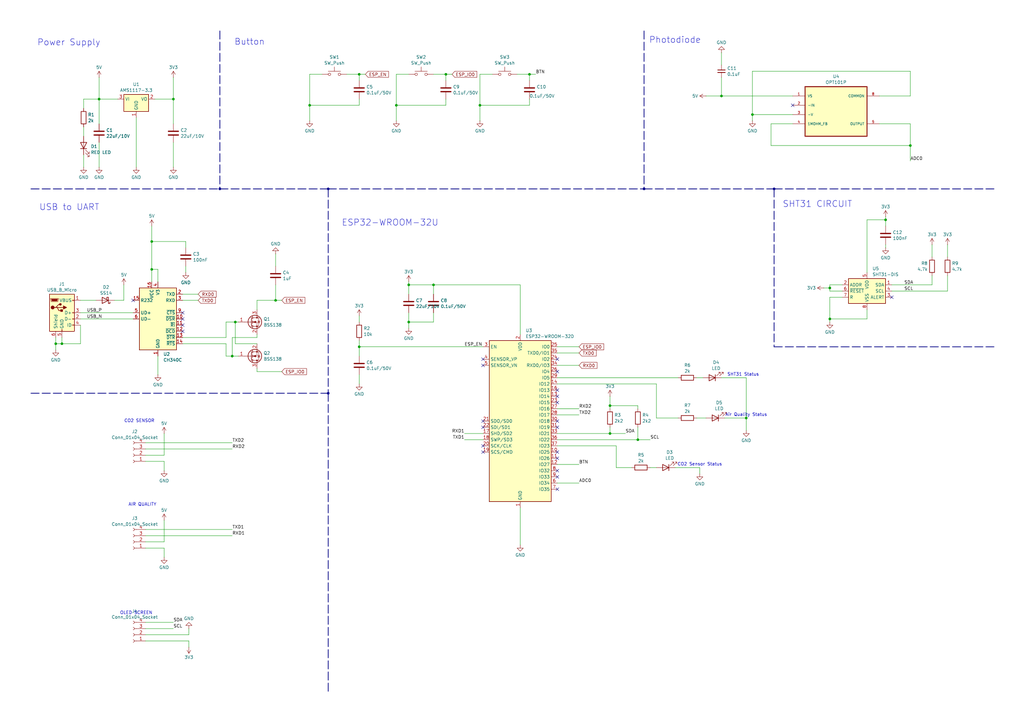
<source format=kicad_sch>
(kicad_sch (version 20231120) (generator "eeschema") (generator_version "8.0")
  (paper "A3")
  (lib_symbols
    (symbol "Connector:Conn_01x04_Socket" (pin_names (offset 1.016) hide)
      (property "Reference" "J" (at 0 5.08 0))
      (property "Value" "Conn_01x04_Socket" (at 0 -7.62 0))
      (symbol "Conn_01x04_Socket_1_1"
        (pin passive line (at -5.08 2.54 0) (length 3.81) (name "Pin_1") (number "1"))
        (pin passive line (at -5.08 0 0) (length 3.81) (name "Pin_2") (number "2"))
        (pin passive line (at -5.08 -2.54 0) (length 3.81) (name "Pin_3") (number "3"))
        (pin passive line (at -5.08 -5.08 0) (length 3.81) (name "Pin_4") (number "4"))
      )
    )
    (symbol "Connector:USB_B_Micro" (pin_names (offset 1.016))
      (property "Reference" "J" (at -5.08 11.43 0))
      (property "Value" "USB_B_Micro" (at -5.08 8.89 0))
      (symbol "USB_B_Micro_1_1"
        (pin power_out line (at 7.62 5.08 180) (length 2.54) (name "VBUS") (number "1"))
        (pin bidirectional line (at 7.62 -2.54 180) (length 2.54) (name "D-") (number "2"))
        (pin bidirectional line (at 7.62 0 180) (length 2.54) (name "D+") (number "3"))
        (pin passive line (at 7.62 -5.08 180) (length 2.54) (name "ID") (number "4"))
        (pin power_out line (at 0 -10.16 90) (length 2.54) (name "GND") (number "5"))
        (pin passive line (at -2.54 -10.16 90) (length 2.54) (name "Shield") (number "6"))
      )
    )
    (symbol "Device:C" (pin_numbers hide) (pin_names (offset 0.254))
      (property "Reference" "C" (at 0.635 2.54 0))
      (property "Value" "C" (at 0.635 -2.54 0))
      (symbol "C_1_1"
        (pin passive line (at 0 3.81 270) (length 2.794) (name "~") (number "1"))
        (pin passive line (at 0 -3.81 90) (length 2.794) (name "~") (number "2"))
      )
    )
    (symbol "Device:C_Small" (pin_numbers hide) (pin_names (offset 0.254) hide)
      (property "Reference" "C" (at 0.254 1.778 0))
      (property "Value" "C_Small" (at 0.254 -2.032 0))
      (symbol "C_Small_1_1"
        (pin passive line (at 0 2.54 270) (length 2.032) (name "~") (number "1"))
        (pin passive line (at 0 -2.54 90) (length 2.032) (name "~") (number "2"))
      )
    )
    (symbol "Device:LED" (pin_numbers hide) (pin_names (offset 1.016) hide)
      (property "Reference" "D" (at 0 2.54 0))
      (property "Value" "LED" (at 0 -2.54 0))
      (symbol "LED_1_1"
        (pin passive line (at -3.81 0 0) (length 2.54) (name "K") (number "1"))
        (pin passive line (at 3.81 0 180) (length 2.54) (name "A") (number "2"))
      )
    )
    (symbol "Device:R" (pin_numbers hide) (pin_names (offset 0))
      (property "Reference" "R" (at 2.032 0 90))
      (property "Value" "R" (at 0 0 90))
      (symbol "R_1_1"
        (pin passive line (at 0 3.81 270) (length 1.27) (name "~") (number "1"))
        (pin passive line (at 0 -3.81 90) (length 1.27) (name "~") (number "2"))
      )
    )
    (symbol "Diode:SS14" (pin_numbers hide) (pin_names (offset 1.016) hide)
      (property "Reference" "D" (at 0 2.54 0))
      (property "Value" "SS14" (at 0 -2.54 0))
      (symbol "SS14_1_1"
        (pin passive line (at -3.81 0 0) (length 2.54) (name "K") (number "1"))
        (pin passive line (at 3.81 0 180) (length 2.54) (name "A") (number "2"))
      )
    )
    (symbol "Interface_USB:CH340C"
      (property "Reference" "U" (at -5.08 13.97 0))
      (property "Value" "CH340C" (at 1.27 13.97 0))
      (symbol "CH340C_1_1"
        (pin power_in line (at 0 -15.24 90) (length 2.54) (name "GND") (number "1"))
        (pin input line (at 10.16 0 180) (length 2.54) (name "~{DSR}") (number "10"))
        (pin input line (at 10.16 -2.54 180) (length 2.54) (name "~{RI}") (number "11"))
        (pin input line (at 10.16 -5.08 180) (length 2.54) (name "~{DCD}") (number "12"))
        (pin output line (at 10.16 -7.62 180) (length 2.54) (name "~{DTR}") (number "13"))
        (pin output line (at 10.16 -10.16 180) (length 2.54) (name "~{RTS}") (number "14"))
        (pin input line (at -10.16 7.62 0) (length 2.54) (name "R232") (number "15"))
        (pin power_in line (at -2.54 15.24 270) (length 2.54) (name "VCC") (number "16"))
        (pin output line (at 10.16 10.16 180) (length 2.54) (name "TXD") (number "2"))
        (pin input line (at 10.16 7.62 180) (length 2.54) (name "RXD") (number "3"))
        (pin power_out line (at 0 15.24 270) (length 2.54) (name "V3") (number "4"))
        (pin bidirectional line (at -10.16 2.54 0) (length 2.54) (name "UD+") (number "5"))
        (pin bidirectional line (at -10.16 0 0) (length 2.54) (name "UD-") (number "6"))
        (pin no_connect line (at -7.62 -5.08 0) (length 2.54) hide (name "NC") (number "7"))
        (pin no_connect line (at -7.62 -7.62 0) (length 2.54) hide (name "NC") (number "8"))
        (pin input line (at 10.16 2.54 180) (length 2.54) (name "~{CTS}") (number "9"))
      )
    )
    (symbol "OPT101P_1" (pin_names (offset 1.016))
      (property "Reference" "U?" (at 0 14.3825 0))
      (property "Value" "OPT101P" (at 0 11.9582 0))
      (symbol "OPT101P_1_0_0"
        (pin power_in line (at -17.78 6.35 0) (length 5.08) (name "VS") (number "1"))
        (pin input line (at -17.78 2.54 0) (length 5.08) (name "-IN") (number "2"))
        (pin power_in line (at -17.78 -1.27 0) (length 5.08) (name "-V") (number "3"))
        (pin input line (at -17.78 -5.08 0) (length 5.08) (name "1MOHM_FB") (number "4"))
        (pin output line (at 17.78 -5.08 180) (length 5.08) (name "OUTPUT") (number "5"))
        (pin input line (at 17.78 6.35 180) (length 5.08) (name "COMMON") (number "8"))
      )
    )
    (symbol "RF_Module:ESP32-WROOM-32D"
      (property "Reference" "U" (at -12.7 34.29 0))
      (property "Value" "ESP32-WROOM-32D" (at 1.27 34.29 0))
      (symbol "ESP32-WROOM-32D_1_1"
        (pin power_in line (at 0 -35.56 90) (length 2.54) (name "GND") (number "1"))
        (pin bidirectional line (at 15.24 -12.7 180) (length 2.54) (name "IO25") (number "10"))
        (pin bidirectional line (at 15.24 -15.24 180) (length 2.54) (name "IO26") (number "11"))
        (pin bidirectional line (at 15.24 -17.78 180) (length 2.54) (name "IO27") (number "12"))
        (pin bidirectional line (at 15.24 10.16 180) (length 2.54) (name "IO14") (number "13"))
        (pin bidirectional line (at 15.24 15.24 180) (length 2.54) (name "IO12") (number "14"))
        (pin passive line (at 0 -35.56 90) (length 2.54) hide (name "GND") (number "15"))
        (pin bidirectional line (at 15.24 12.7 180) (length 2.54) (name "IO13") (number "16"))
        (pin bidirectional line (at -15.24 -5.08 0) (length 2.54) (name "SHD/SD2") (number "17"))
        (pin bidirectional line (at -15.24 -7.62 0) (length 2.54) (name "SWP/SD3") (number "18"))
        (pin bidirectional line (at -15.24 -12.7 0) (length 2.54) (name "SCS/CMD") (number "19"))
        (pin power_in line (at 0 35.56 270) (length 2.54) (name "VDD") (number "2"))
        (pin bidirectional line (at -15.24 -10.16 0) (length 2.54) (name "SCK/CLK") (number "20"))
        (pin bidirectional line (at -15.24 0 0) (length 2.54) (name "SDO/SD0") (number "21"))
        (pin bidirectional line (at -15.24 -2.54 0) (length 2.54) (name "SDI/SD1") (number "22"))
        (pin bidirectional line (at 15.24 7.62 180) (length 2.54) (name "IO15") (number "23"))
        (pin bidirectional line (at 15.24 25.4 180) (length 2.54) (name "IO2") (number "24"))
        (pin bidirectional line (at 15.24 30.48 180) (length 2.54) (name "IO0") (number "25"))
        (pin bidirectional line (at 15.24 20.32 180) (length 2.54) (name "IO4") (number "26"))
        (pin bidirectional line (at 15.24 5.08 180) (length 2.54) (name "IO16") (number "27"))
        (pin bidirectional line (at 15.24 2.54 180) (length 2.54) (name "IO17") (number "28"))
        (pin bidirectional line (at 15.24 17.78 180) (length 2.54) (name "IO5") (number "29"))
        (pin input line (at -15.24 30.48 0) (length 2.54) (name "EN") (number "3"))
        (pin bidirectional line (at 15.24 0 180) (length 2.54) (name "IO18") (number "30"))
        (pin bidirectional line (at 15.24 -2.54 180) (length 2.54) (name "IO19") (number "31"))
        (pin no_connect line (at -12.7 -27.94 0) (length 2.54) hide (name "NC") (number "32"))
        (pin bidirectional line (at 15.24 -5.08 180) (length 2.54) (name "IO21") (number "33"))
        (pin bidirectional line (at 15.24 22.86 180) (length 2.54) (name "RXD0/IO3") (number "34"))
        (pin bidirectional line (at 15.24 27.94 180) (length 2.54) (name "TXD0/IO1") (number "35"))
        (pin bidirectional line (at 15.24 -7.62 180) (length 2.54) (name "IO22") (number "36"))
        (pin bidirectional line (at 15.24 -10.16 180) (length 2.54) (name "IO23") (number "37"))
        (pin passive line (at 0 -35.56 90) (length 2.54) hide (name "GND") (number "38"))
        (pin passive line (at 0 -35.56 90) (length 2.54) hide (name "GND") (number "39"))
        (pin input line (at -15.24 25.4 0) (length 2.54) (name "SENSOR_VP") (number "4"))
        (pin input line (at -15.24 22.86 0) (length 2.54) (name "SENSOR_VN") (number "5"))
        (pin input line (at 15.24 -25.4 180) (length 2.54) (name "IO34") (number "6"))
        (pin input line (at 15.24 -27.94 180) (length 2.54) (name "IO35") (number "7"))
        (pin bidirectional line (at 15.24 -20.32 180) (length 2.54) (name "IO32") (number "8"))
        (pin bidirectional line (at 15.24 -22.86 180) (length 2.54) (name "IO33") (number "9"))
      )
    )
    (symbol "Regulator_Linear:AMS1117-3.3"
      (property "Reference" "U" (at -3.81 3.175 0))
      (property "Value" "AMS1117-3.3" (at 0 3.175 0))
      (symbol "AMS1117-3.3_1_1"
        (pin power_in line (at 0 -7.62 90) (length 2.54) (name "GND") (number "1"))
        (pin power_out line (at 7.62 0 180) (length 2.54) (name "VO") (number "2"))
        (pin power_in line (at -7.62 0 0) (length 2.54) (name "VI") (number "3"))
      )
    )
    (symbol "Sensor_Humidity:SHT31-DIS"
      (property "Reference" "U" (at -6.35 6.35 0))
      (property "Value" "SHT31-DIS" (at 6.35 6.35 0))
      (symbol "SHT31-DIS_1_1"
        (pin bidirectional line (at 10.16 2.54 180) (length 2.54) (name "SDA") (number "1"))
        (pin input line (at -10.16 2.54 0) (length 2.54) (name "ADDR") (number "2"))
        (pin output line (at 10.16 -2.54 180) (length 2.54) (name "ALERT") (number "3"))
        (pin input line (at 10.16 0 180) (length 2.54) (name "SCL") (number "4"))
        (pin power_in line (at 0 7.62 270) (length 2.54) (name "VDD") (number "5"))
        (pin input line (at -10.16 0 0) (length 2.54) (name "~{RESET}") (number "6"))
        (pin passive line (at -10.16 -2.54 0) (length 2.54) (name "R") (number "7"))
        (pin power_in line (at 0 -7.62 90) (length 2.54) (name "VSS") (number "8"))
        (pin passive line (at 0 -7.62 90) (length 2.54) hide (name "VSS") (number "9"))
      )
    )
    (symbol "Switch:SW_Push" (pin_numbers hide) (pin_names (offset 1.016) hide)
      (property "Reference" "SW" (at 1.27 2.54 0))
      (property "Value" "SW_Push" (at 0 -1.524 0))
      (symbol "SW_Push_0_1"
        (pin passive line (at -5.08 0 0) (length 2.54) (name "1") (number "1"))
        (pin passive line (at 5.08 0 180) (length 2.54) (name "2") (number "2"))
      )
    )
    (symbol "Transistor_FET:BSS138" (pin_names hide)
      (property "Reference" "Q" (at 5.08 1.905 0))
      (property "Value" "BSS138" (at 5.08 0 0))
      (symbol "BSS138_1_1"
        (pin input line (at -5.08 0 0) (length 2.54) (name "G") (number "1"))
        (pin passive line (at 2.54 -5.08 90) (length 2.54) (name "S") (number "2"))
        (pin passive line (at 2.54 5.08 270) (length 2.54) (name "D") (number "3"))
      )
    )
    (symbol "power:GND" (power) (pin_numbers hide) (pin_names (offset 0) hide)
      (property "Value" "GND" (at 0 -3.81 0))
      (symbol "GND_1_1"
        (pin power_in line (at 0 0 270) (length 0) (name "~") (number "1"))
      )
    )
    (symbol "power:VCC" (power) (pin_numbers hide) (pin_names (offset 0) hide)
      (property "Value" "VCC" (at 0 3.556 0))
      (symbol "VCC_1_1"
        (pin power_in line (at 0 0 90) (length 0) (name "~") (number "1"))
      )
    )
  )
  (junction (at 127 43.18))
  (junction (at 113.03 123.19))
  (junction (at 196.85 43.18))
  (junction (at 71.12 40.64))
  (junction (at 147.32 142.24))
  (junction (at 217.17 30.48))
  (junction (at 261.62 180.34))
  (junction (at 250.19 177.8))
  (junction (at 308.61 46.99))
  (junction (at 40.64 40.64))
  (junction (at 134.62 77.47))
  (junction (at 62.23 110.49))
  (junction (at 25.4 140.97))
  (junction (at 250.19 166.37))
  (junction (at 167.64 116.84))
  (junction (at 177.8 116.84))
  (junction (at 62.23 99.06))
  (junction (at 167.64 132.08))
  (junction (at 340.36 130.81))
  (junction (at 95.25 146.05))
  (junction (at 295.91 39.37))
  (junction (at 182.88 30.48))
  (junction (at 147.32 30.48))
  (junction (at 373.38 59.69))
  (junction (at 96.52 132.08))
  (junction (at 264.16 77.47))
  (junction (at 162.56 43.18))
  (junction (at 134.62 161.29))
  (junction (at 363.22 90.17))
  (junction (at 317.5 77.47))
  (junction (at 340.36 118.11))
  (junction (at 306.07 171.45))
  (junction (at 90.17 77.47))
  (junction (at 22.86 140.97))
  (no_connect (at 198.12 172.72))
  (no_connect (at 198.12 149.86))
  (no_connect (at 228.6 147.32))
  (no_connect (at 74.93 133.35))
  (no_connect (at 228.6 187.96))
  (no_connect (at 198.12 182.88))
  (no_connect (at 228.6 185.42))
  (no_connect (at 228.6 200.66))
  (no_connect (at 74.93 130.81))
  (no_connect (at 228.6 165.1))
  (no_connect (at 228.6 162.56))
  (no_connect (at 228.6 152.4))
  (no_connect (at 228.6 175.26))
  (no_connect (at 198.12 147.32))
  (no_connect (at 365.76 121.92))
  (no_connect (at 74.93 135.89))
  (no_connect (at 228.6 193.04))
  (no_connect (at 228.6 172.72))
  (no_connect (at 228.6 195.58))
  (no_connect (at 198.12 185.42))
  (no_connect (at 74.93 128.27))
  (no_connect (at 54.61 123.19))
  (no_connect (at 228.6 160.02))
  (no_connect (at 325.12 43.18))
  (no_connect (at 198.12 175.26))
  (wire (pts (xy 147.32 153.67) (xy 147.32 157.48)))
  (wire (pts (xy 147.32 40.64) (xy 147.32 43.18)))
  (wire (pts (xy 213.36 208.28) (xy 213.36 223.52)))
  (wire (pts (xy 167.64 128.27) (xy 167.64 132.08)))
  (wire (pts (xy 340.36 116.84) (xy 340.36 118.11)))
  (wire (pts (xy 113.03 123.19) (xy 115.57 123.19)))
  (wire (pts (xy 360.68 50.8) (xy 373.38 50.8)))
  (wire (pts (xy 295.91 39.37) (xy 325.12 39.37)))
  (wire (pts (xy 182.88 30.48) (xy 185.42 30.48)))
  (wire (pts (xy 105.41 137.16) (xy 105.41 138.43)))
  (wire (pts (xy 76.2 99.06) (xy 76.2 101.6)))
  (wire (pts (xy 167.64 115.57) (xy 167.64 116.84)))
  (wire (pts (xy 355.6 130.81) (xy 340.36 130.81)))
  (wire (pts (xy 59.69 217.17) (xy 95.25 217.17)))
  (bus (pts (xy 134.62 77.47) (xy 264.16 77.47)) (stroke (width 0) (type dash)))
  (wire (pts (xy 316.23 50.8) (xy 325.12 50.8)))
  (wire (pts (xy 40.64 58.42) (xy 40.64 68.58)))
  (wire (pts (xy 67.31 189.23) (xy 67.31 193.04)))
  (wire (pts (xy 59.69 184.15) (xy 95.25 184.15)))
  (bus (pts (xy 317.5 142.24) (xy 407.67 142.24)) (stroke (width 0) (type dash)))
  (wire (pts (xy 212.09 30.48) (xy 217.17 30.48)))
  (wire (pts (xy 285.75 171.45) (xy 289.56 171.45)))
  (wire (pts (xy 22.86 138.43) (xy 22.86 140.97)))
  (wire (pts (xy 63.5 40.64) (xy 71.12 40.64)))
  (wire (pts (xy 388.62 100.33) (xy 388.62 105.41)))
  (wire (pts (xy 228.6 170.18) (xy 237.49 170.18)))
  (wire (pts (xy 22.86 140.97) (xy 25.4 140.97)))
  (wire (pts (xy 373.38 39.37) (xy 373.38 29.21)))
  (bus (pts (xy 264.16 77.47) (xy 317.5 77.47)) (stroke (width 0) (type dash)))
  (wire (pts (xy 276.86 191.77) (xy 287.02 191.77)))
  (wire (pts (xy 182.88 30.48) (xy 182.88 33.02)))
  (wire (pts (xy 345.44 121.92) (xy 340.36 121.92)))
  (wire (pts (xy 340.36 130.81) (xy 340.36 132.08)))
  (wire (pts (xy 190.5 180.34) (xy 198.12 180.34)))
  (wire (pts (xy 95.25 138.43) (xy 105.41 138.43)))
  (wire (pts (xy 363.22 100.33) (xy 363.22 101.6)))
  (wire (pts (xy 177.8 116.84) (xy 213.36 116.84)))
  (wire (pts (xy 25.4 140.97) (xy 33.02 140.97)))
  (bus (pts (xy 264.16 12.7) (xy 264.16 77.47)) (stroke (width 0) (type dash)))
  (wire (pts (xy 355.6 90.17) (xy 355.6 111.76)))
  (wire (pts (xy 55.88 48.26) (xy 55.88 68.58)))
  (wire (pts (xy 92.71 132.08) (xy 96.52 132.08)))
  (wire (pts (xy 196.85 30.48) (xy 196.85 43.18)))
  (wire (pts (xy 147.32 30.48) (xy 149.86 30.48)))
  (wire (pts (xy 340.36 116.84) (xy 345.44 116.84)))
  (wire (pts (xy 162.56 30.48) (xy 167.64 30.48)))
  (wire (pts (xy 34.29 52.07) (xy 34.29 55.88)))
  (wire (pts (xy 363.22 88.9) (xy 363.22 90.17)))
  (wire (pts (xy 34.29 63.5) (xy 34.29 68.58)))
  (wire (pts (xy 373.38 59.69) (xy 373.38 66.04)))
  (wire (pts (xy 62.23 99.06) (xy 62.23 110.49)))
  (wire (pts (xy 74.93 123.19) (xy 81.28 123.19)))
  (wire (pts (xy 74.93 120.65) (xy 81.28 120.65)))
  (wire (pts (xy 147.32 142.24) (xy 147.32 139.7)))
  (bus (pts (xy 317.5 77.47) (xy 317.5 142.24)) (stroke (width 0) (type dash)))
  (wire (pts (xy 162.56 30.48) (xy 162.56 43.18)))
  (wire (pts (xy 285.75 154.94) (xy 288.29 154.94)))
  (wire (pts (xy 62.23 110.49) (xy 62.23 115.57)))
  (bus (pts (xy 90.17 12.7) (xy 90.17 77.47)) (stroke (width 0) (type dash)))
  (wire (pts (xy 177.8 30.48) (xy 182.88 30.48)))
  (wire (pts (xy 360.68 39.37) (xy 373.38 39.37)))
  (wire (pts (xy 59.69 186.69) (xy 67.31 186.69)))
  (wire (pts (xy 250.19 166.37) (xy 261.62 166.37)))
  (wire (pts (xy 64.77 146.05) (xy 64.77 153.67)))
  (wire (pts (xy 388.62 113.03) (xy 388.62 119.38)))
  (wire (pts (xy 71.12 40.64) (xy 71.12 50.8)))
  (wire (pts (xy 196.85 43.18) (xy 196.85 49.53)))
  (wire (pts (xy 250.19 166.37) (xy 250.19 167.64)))
  (wire (pts (xy 46.99 123.19) (xy 50.8 123.19)))
  (wire (pts (xy 295.91 154.94) (xy 306.07 154.94)))
  (bus (pts (xy 134.62 77.47) (xy 134.62 161.29)) (stroke (width 0) (type dash)))
  (wire (pts (xy 250.19 162.56) (xy 250.19 166.37)))
  (wire (pts (xy 217.17 40.64) (xy 217.17 43.18)))
  (wire (pts (xy 59.69 224.79) (xy 67.31 224.79)))
  (wire (pts (xy 190.5 177.8) (xy 198.12 177.8)))
  (wire (pts (xy 33.02 123.19) (xy 39.37 123.19)))
  (wire (pts (xy 96.52 132.08) (xy 96.52 140.97)))
  (wire (pts (xy 228.6 177.8) (xy 250.19 177.8)))
  (wire (pts (xy 308.61 29.21) (xy 308.61 46.99)))
  (wire (pts (xy 177.8 128.27) (xy 177.8 132.08)))
  (wire (pts (xy 266.7 191.77) (xy 269.24 191.77)))
  (wire (pts (xy 92.71 138.43) (xy 92.71 132.08)))
  (wire (pts (xy 340.36 118.11) (xy 340.36 119.38)))
  (wire (pts (xy 64.77 110.49) (xy 62.23 110.49)))
  (wire (pts (xy 363.22 90.17) (xy 363.22 92.71)))
  (wire (pts (xy 196.85 30.48) (xy 201.93 30.48)))
  (wire (pts (xy 228.6 157.48) (xy 269.24 157.48)))
  (wire (pts (xy 382.27 100.33) (xy 382.27 105.41)))
  (wire (pts (xy 127 30.48) (xy 132.08 30.48)))
  (wire (pts (xy 59.69 257.81) (xy 71.12 257.81)))
  (wire (pts (xy 162.56 43.18) (xy 162.56 49.53)))
  (wire (pts (xy 105.41 152.4) (xy 115.57 152.4)))
  (wire (pts (xy 228.6 144.78) (xy 237.49 144.78)))
  (wire (pts (xy 365.76 116.84) (xy 382.27 116.84)))
  (wire (pts (xy 67.31 224.79) (xy 67.31 228.6)))
  (wire (pts (xy 289.56 39.37) (xy 295.91 39.37)))
  (wire (pts (xy 76.2 109.22) (xy 76.2 111.76)))
  (bus (pts (xy 90.17 77.47) (xy 134.62 77.47)) (stroke (width 0) (type dash)))
  (wire (pts (xy 295.91 21.59) (xy 295.91 26.67)))
  (wire (pts (xy 167.64 132.08) (xy 167.64 134.62)))
  (wire (pts (xy 295.91 31.75) (xy 295.91 39.37)))
  (bus (pts (xy 12.7 77.47) (xy 90.17 77.47)) (stroke (width 0) (type dash)))
  (wire (pts (xy 59.69 181.61) (xy 95.25 181.61)))
  (wire (pts (xy 62.23 99.06) (xy 76.2 99.06)))
  (wire (pts (xy 95.25 146.05) (xy 97.79 146.05)))
  (wire (pts (xy 92.71 146.05) (xy 95.25 146.05)))
  (wire (pts (xy 167.64 116.84) (xy 167.64 120.65)))
  (wire (pts (xy 250.19 177.8) (xy 256.54 177.8)))
  (wire (pts (xy 105.41 127) (xy 105.41 123.19)))
  (wire (pts (xy 147.32 30.48) (xy 147.32 33.02)))
  (wire (pts (xy 213.36 137.16) (xy 213.36 116.84)))
  (wire (pts (xy 127 43.18) (xy 147.32 43.18)))
  (wire (pts (xy 59.69 260.35) (xy 77.47 260.35)))
  (wire (pts (xy 363.22 90.17) (xy 355.6 90.17)))
  (wire (pts (xy 250.19 175.26) (xy 250.19 177.8)))
  (wire (pts (xy 77.47 262.89) (xy 77.47 265.43)))
  (wire (pts (xy 228.6 149.86) (xy 237.49 149.86)))
  (wire (pts (xy 316.23 50.8) (xy 316.23 59.69)))
  (wire (pts (xy 217.17 30.48) (xy 217.17 33.02)))
  (wire (pts (xy 113.03 116.84) (xy 113.03 123.19)))
  (wire (pts (xy 59.69 222.25) (xy 67.31 222.25)))
  (wire (pts (xy 228.6 182.88) (xy 252.73 182.88)))
  (wire (pts (xy 40.64 40.64) (xy 48.26 40.64)))
  (wire (pts (xy 74.93 140.97) (xy 92.71 140.97)))
  (wire (pts (xy 340.36 119.38) (xy 345.44 119.38)))
  (wire (pts (xy 33.02 130.81) (xy 54.61 130.81)))
  (bus (pts (xy 134.62 161.29) (xy 134.62 284.48)) (stroke (width 0) (type dash)))
  (wire (pts (xy 67.31 213.36) (xy 67.31 222.25)))
  (wire (pts (xy 105.41 151.13) (xy 105.41 152.4)))
  (bus (pts (xy 317.5 77.47) (xy 407.67 77.47)) (stroke (width 0) (type dash)))
  (wire (pts (xy 34.29 40.64) (xy 34.29 44.45)))
  (wire (pts (xy 228.6 198.12) (xy 237.49 198.12)))
  (wire (pts (xy 59.69 262.89) (xy 77.47 262.89)))
  (wire (pts (xy 25.4 138.43) (xy 25.4 140.97)))
  (wire (pts (xy 147.32 142.24) (xy 147.32 146.05)))
  (wire (pts (xy 269.24 157.48) (xy 269.24 171.45)))
  (wire (pts (xy 308.61 46.99) (xy 325.12 46.99)))
  (wire (pts (xy 365.76 119.38) (xy 388.62 119.38)))
  (wire (pts (xy 77.47 257.81) (xy 77.47 260.35)))
  (wire (pts (xy 142.24 30.48) (xy 147.32 30.48)))
  (wire (pts (xy 33.02 133.35) (xy 33.02 140.97)))
  (wire (pts (xy 147.32 142.24) (xy 198.12 142.24)))
  (wire (pts (xy 269.24 171.45) (xy 278.13 171.45)))
  (wire (pts (xy 95.25 138.43) (xy 95.25 146.05)))
  (wire (pts (xy 127 30.48) (xy 127 43.18)))
  (wire (pts (xy 306.07 171.45) (xy 306.07 176.53)))
  (wire (pts (xy 308.61 29.21) (xy 373.38 29.21)))
  (wire (pts (xy 308.61 46.99) (xy 308.61 49.53)))
  (wire (pts (xy 382.27 113.03) (xy 382.27 116.84)))
  (wire (pts (xy 74.93 138.43) (xy 92.71 138.43)))
  (wire (pts (xy 92.71 140.97) (xy 92.71 146.05)))
  (wire (pts (xy 96.52 140.97) (xy 105.41 140.97)))
  (wire (pts (xy 62.23 92.71) (xy 62.23 99.06)))
  (wire (pts (xy 182.88 40.64) (xy 182.88 43.18)))
  (wire (pts (xy 71.12 58.42) (xy 71.12 68.58)))
  (wire (pts (xy 22.86 140.97) (xy 22.86 143.51)))
  (wire (pts (xy 252.73 182.88) (xy 252.73 191.77)))
  (wire (pts (xy 228.6 167.64) (xy 237.49 167.64)))
  (wire (pts (xy 59.69 219.71) (xy 95.25 219.71)))
  (wire (pts (xy 228.6 154.94) (xy 278.13 154.94)))
  (wire (pts (xy 59.69 255.27) (xy 71.12 255.27)))
  (wire (pts (xy 252.73 191.77) (xy 259.08 191.77)))
  (wire (pts (xy 34.29 40.64) (xy 40.64 40.64)))
  (wire (pts (xy 355.6 127) (xy 355.6 130.81)))
  (wire (pts (xy 67.31 177.8) (xy 67.31 186.69)))
  (wire (pts (xy 261.62 166.37) (xy 261.62 167.64)))
  (wire (pts (xy 105.41 123.19) (xy 113.03 123.19)))
  (wire (pts (xy 71.12 31.75) (xy 71.12 40.64)))
  (wire (pts (xy 167.64 132.08) (xy 177.8 132.08)))
  (wire (pts (xy 33.02 128.27) (xy 54.61 128.27)))
  (wire (pts (xy 64.77 115.57) (xy 64.77 110.49)))
  (wire (pts (xy 228.6 190.5) (xy 237.49 190.5)))
  (wire (pts (xy 59.69 189.23) (xy 67.31 189.23)))
  (wire (pts (xy 316.23 59.69) (xy 373.38 59.69)))
  (wire (pts (xy 50.8 116.84) (xy 50.8 123.19)))
  (wire (pts (xy 306.07 154.94) (xy 306.07 171.45)))
  (wire (pts (xy 162.56 43.18) (xy 182.88 43.18)))
  (wire (pts (xy 340.36 118.11) (xy 337.82 118.11)))
  (wire (pts (xy 373.38 50.8) (xy 373.38 59.69)))
  (bus (pts (xy 12.7 161.29) (xy 134.62 161.29)) (stroke (width 0) (type dash)))
  (wire (pts (xy 167.64 116.84) (xy 177.8 116.84)))
  (wire (pts (xy 127 43.18) (xy 127 49.53)))
  (wire (pts (xy 113.03 104.14) (xy 113.03 109.22)))
  (wire (pts (xy 96.52 132.08) (xy 97.79 132.08)))
  (wire (pts (xy 228.6 180.34) (xy 261.62 180.34)))
  (wire (pts (xy 297.18 171.45) (xy 306.07 171.45)))
  (wire (pts (xy 177.8 116.84) (xy 177.8 120.65)))
  (wire (pts (xy 40.64 40.64) (xy 40.64 50.8)))
  (wire (pts (xy 261.62 175.26) (xy 261.62 180.34)))
  (wire (pts (xy 196.85 43.18) (xy 217.17 43.18)))
  (wire (pts (xy 217.17 30.48) (xy 219.71 30.48)))
  (wire (pts (xy 261.62 180.34) (xy 266.7 180.34)))
  (wire (pts (xy 340.36 121.92) (xy 340.36 130.81)))
  (wire (pts (xy 147.32 129.54) (xy 147.32 132.08)))
  (wire (pts (xy 228.6 142.24) (xy 237.49 142.24)))
  (wire (pts (xy 287.02 191.77) (xy 287.02 194.31)))
  (wire (pts (xy 40.64 31.75) (xy 40.64 40.64)))
  (text "USB to UART" (at 28.448 85.09 0) (effects (font (size 2.54 2.54))))
  (text "ESP32-WROOM-32U" (at 160.02 91.44 0) (effects (font (size 2.54 2.54))))
  (text "Air Quality Status" (at 306.07 170.18 0) (effects (font (size 1.27 1.27))))
  (text "AIR QUALITY" (at 58.42 207.01 0) (effects (font (size 1.27 1.27))))
  (text "Button\n" (at 102.362 17.272 0) (effects (font (size 2.54 2.54))))
  (text "CO2 Sensor Status\n" (at 287.02 190.5 0) (effects (font (size 1.27 1.27))))
  (text "OLED SCREEN\n" (at 55.88 251.46 0) (effects (font (size 1.27 1.27))))
  (text "SHT31 Status" (at 304.8 153.67 0) (effects (font (size 1.27 1.27))))
  (text "CO2 SENSOR" (at 57.15 172.72 0) (effects (font (size 1.27 1.27))))
  (text "SHT31 CIRCUIT\n" (at 335.28 83.82 0) (effects (font (size 2.54 2.54))))
  (text "Photodiode\n" (at 276.86 16.51 0) (effects (font (size 2.54 2.54))))
  (text "Power Supply \n" (at 29.21 17.526 0) (effects (font (size 2.54 2.54))))
  (label "SDA" (at 71.12 255.27 0))
  (label "SCL" (at 266.7 180.34 0))
  (label "ADC0" (at 373.38 66.04 0))
  (label "USB_N" (at 35.56 130.81 0))
  (label "SDA" (at 370.84 116.84 0))
  (label "RXD1" (at 95.25 219.71 0))
  (label "RXD2" (at 237.49 167.64 0))
  (label "TXD2" (at 237.49 170.18 0))
  (label "SCL" (at 370.84 119.38 0))
  (label "ADC0" (at 237.49 198.12 0))
  (label "BTN" (at 237.49 190.5 0))
  (label "ESP_EN" (at 190.5 142.24 0))
  (label "TXD2" (at 95.25 181.61 0))
  (label "BTN" (at 219.71 30.48 0))
  (label "RXD2" (at 95.25 184.15 0))
  (label "RXD1" (at 190.5 177.8 180))
  (label "SDA" (at 256.54 177.8 0))
  (label "SCL" (at 71.12 257.81 0))
  (label "TXD1" (at 95.25 217.17 0))
  (label "TXD1" (at 190.5 180.34 180))
  (label "USB_P" (at 35.56 128.27 0))
  (global_label "TXD0" (shape input) (at 237.49 144.78 0) (property "Intersheetrefs" "${INTERSHEET_REFS}" (effects (hide yes))))
  (global_label "RXD0" (shape input) (at 237.49 149.86 0) (property "Intersheetrefs" "${INTERSHEET_REFS}" (effects (hide yes))))
  (global_label "ESP_EN" (shape input) (at 115.57 123.19 0) (property "Intersheetrefs" "${INTERSHEET_REFS}" (effects (hide yes))))
  (global_label "ESP_IO0" (shape input) (at 237.49 142.24 0) (property "Intersheetrefs" "${INTERSHEET_REFS}" (effects (hide yes))))
  (global_label "RXD0" (shape input) (at 81.28 120.65 0) (property "Intersheetrefs" "${INTERSHEET_REFS}" (effects (hide yes))))
  (global_label "ESP_IO0" (shape input) (at 115.57 152.4 0) (property "Intersheetrefs" "${INTERSHEET_REFS}" (effects (hide yes))))
  (global_label "ESP_EN" (shape input) (at 149.86 30.48 0) (property "Intersheetrefs" "${INTERSHEET_REFS}" (effects (hide yes))))
  (global_label "ESP_IO0" (shape input) (at 185.42 30.48 0) (property "Intersheetrefs" "${INTERSHEET_REFS}" (effects (hide yes))))
  (global_label "TXD0" (shape input) (at 81.28 123.19 0) (property "Intersheetrefs" "${INTERSHEET_REFS}" (effects (hide yes))))
  (symbol (lib_id "Device:C") (at 182.88 36.83 180) (unit 1)
    (property "Reference" "C9" (at 185.801 35.6178 0) (effects (justify right)))
    (property "Value" "0.1uF/50V" (at 185.801 38.0421 0) (effects (justify right)))
    (property "Footprint" "Capacitor_SMD:C_0805_2012Metric" (effects (hide yes)))
    (property "Description" "Unpolarized capacitor" (effects (hide yes)))
  )
  (symbol (lib_id "Connector:USB_B_Micro") (at 25.4 128.27 0) (unit 1)
    (property "Reference" "J1" (at 25.4 116.5055 0))
    (property "Value" "USB_B_Micro" (at 25.4 118.9298 0))
    (property "Footprint" "USB_B_Micro:SAMTEC_MUSB-05-X-AB-SM-A" (effects (hide yes)))
    (property "Description" "USB Micro Type B connector" (effects (hide yes)))
  )
  (symbol (lib_id "Device:LED") (at 292.1 154.94 180) (unit 1)
    (property "Reference" "D4" (at 293.6875 148.6365 0))
    (property "Value" "LED" (at 293.6875 151.0608 0))
    (property "Footprint" "LED_SMD:LED_0805_2012Metric" (effects (hide yes)))
    (property "Description" "Light emitting diode" (effects (hide yes)))
  )
  (symbol (lib_id "power:VCC") (at 40.64 31.75 0) (unit 1)
    (property "Reference" "#PWR040" (effects (hide yes)))
    (property "Value" "5V" (at 40.64 27.6169 0))
    (property "Description" "Power symbol creates a global label with name \"VCC\"" (effects (hide yes)))
  )
  (symbol (lib_id "Connector:Conn_01x04_Socket") (at 54.61 260.35 180) (unit 1)
    (property "Reference" "J4" (at 55.245 250.6683 0))
    (property "Value" "Conn_01x04_Socket" (at 55.245 253.0926 0))
    (property "Footprint" "Connector_PinSocket_2.54mm:PinSocket_1x04_P2.54mm_Vertical" (effects (hide yes)))
    (property "Description" "Generic connector, single row, 01x04, script generated" (effects (hide yes)))
  )
  (symbol (lib_id "Device:R") (at 261.62 171.45 180) (unit 1)
    (property "Reference" "R4" (at 263.398 170.2378 0) (effects (justify right)))
    (property "Value" "2k2" (at 263.398 172.6621 0) (effects (justify right)))
    (property "Footprint" "Resistor_SMD:R_0805_2012Metric" (effects (hide yes)))
    (property "Description" "Resistor" (effects (hide yes)))
  )
  (symbol (lib_id "Transistor_FET:BSS138") (at 102.87 146.05 0) (mirror x) (unit 1)
    (property "Reference" "Q2" (at 108.0769 144.8378 0) (effects (justify left)))
    (property "Value" "BSS138" (at 108.0769 147.2621 0) (effects (justify left)))
    (property "Footprint" "Package_TO_SOT_SMD:SOT-23" (effects (hide yes)))
    (property "Datasheet" "https://www.onsemi.com/pub/Collateral/BSS138-D.PDF" (effects (hide yes)))
    (property "Description" "50V Vds, 0.22A Id, N-Channel MOSFET, SOT-23" (effects (hide yes)))
  )
  (symbol (lib_id "Connector:Conn_01x04_Socket") (at 54.61 222.25 180) (unit 1)
    (property "Reference" "J3" (at 55.245 212.5683 0))
    (property "Value" "Conn_01x04_Socket" (at 55.245 214.9926 0))
    (property "Footprint" "Connector_PinSocket_2.54mm:PinSocket_1x04_P2.54mm_Vertical" (effects (hide yes)))
    (property "Description" "Generic connector, single row, 01x04, script generated" (effects (hide yes)))
  )
  (symbol (lib_id "Device:R") (at 281.94 171.45 90) (unit 1)
    (property "Reference" "R7" (at 281.94 166.2895 90))
    (property "Value" "2k" (at 281.94 168.7138 90))
    (property "Footprint" "Resistor_SMD:R_0805_2012Metric" (effects (hide yes)))
    (property "Description" "Resistor" (effects (hide yes)))
  )
  (symbol (lib_id "Device:C") (at 147.32 36.83 180) (unit 1)
    (property "Reference" "C5" (at 150.241 35.6178 0) (effects (justify right)))
    (property "Value" "0.1uF/50V" (at 150.241 38.0421 0) (effects (justify right)))
    (property "Footprint" "Capacitor_SMD:C_0805_2012Metric" (effects (hide yes)))
    (property "Description" "Unpolarized capacitor" (effects (hide yes)))
  )
  (symbol (lib_id "power:GND") (at 127 49.53 0) (unit 1)
    (property "Reference" "#PWR056" (effects (hide yes)))
    (property "Value" "GND" (at 127 53.6631 0))
    (property "Description" "Power symbol creates a global label with name \"GND\" , ground" (effects (hide yes)))
  )
  (symbol (lib_id "Device:C") (at 40.64 54.61 0) (unit 1)
    (property "Reference" "C1" (at 43.561 53.3978 0) (effects (justify left)))
    (property "Value" "22uF/10V" (at 43.561 55.8221 0) (effects (justify left)))
    (property "Footprint" "Capacitor_SMD:C_0805_2012Metric" (effects (hide yes)))
    (property "Description" "Unpolarized capacitor" (effects (hide yes)))
  )
  (symbol (lib_id "power:GND") (at 196.85 49.53 0) (unit 1)
    (property "Reference" "#PWR062" (effects (hide yes)))
    (property "Value" "GND" (at 196.85 53.6631 0))
    (property "Description" "Power symbol creates a global label with name \"GND\" , ground" (effects (hide yes)))
  )
  (symbol (lib_id "power:GND") (at 76.2 111.76 0) (unit 1)
    (property "Reference" "#PWR052" (effects (hide yes)))
    (property "Value" "GND" (at 76.2 115.8931 0))
    (property "Description" "Power symbol creates a global label with name \"GND\" , ground" (effects (hide yes)))
  )
  (symbol (lib_id "RF_Module:ESP32-WROOM-32D") (at 213.36 172.72 0) (unit 1)
    (property "Reference" "U3" (at 215.5541 135.5555 0) (effects (justify left)))
    (property "Value" "ESP32-WROOM-32D" (at 215.5541 137.9798 0) (effects (justify left)))
    (property "Footprint" "RF_Module:ESP32-WROOM-32D" (effects (hide yes)))
    (property "Datasheet" "https://www.espressif.com/sites/default/files/documentation/esp32-wroom-32d_esp32-wroom-32u_datasheet_en.pdf" (effects (hide yes)))
    (property "Description" "RF Module, ESP32-D0WD SoC, Wi-Fi 802.11b/g/n, Bluetooth, BLE, 32-bit, 2.7-3.6V, onboard antenna, SMD" (effects (hide yes)))
  )
  (symbol (lib_id "Device:LED") (at 293.37 171.45 180) (unit 1)
    (property "Reference" "D5" (at 294.9575 165.1465 0))
    (property "Value" "LED" (at 294.9575 167.5708 0))
    (property "Footprint" "LED_SMD:LED_0805_2012Metric" (effects (hide yes)))
    (property "Description" "Light emitting diode" (effects (hide yes)))
  )
  (symbol (lib_id "Device:C") (at 76.2 105.41 0) (unit 1)
    (property "Reference" "C3" (at 79.121 104.1978 0) (effects (justify left)))
    (property "Value" "100nF" (at 79.121 106.6221 0) (effects (justify left)))
    (property "Footprint" "Capacitor_SMD:C_0805_2012Metric" (effects (hide yes)))
    (property "Description" "Unpolarized capacitor" (effects (hide yes)))
  )
  (symbol (lib_id "power:GND") (at 67.31 193.04 0) (unit 1)
    (property "Reference" "#PWR047" (effects (hide yes)))
    (property "Value" "GND" (at 67.31 197.1731 0))
    (property "Description" "Power symbol creates a global label with name \"GND\" , ground" (effects (hide yes)))
  )
  (symbol (lib_id "power:GND") (at 306.07 176.53 0) (unit 1)
    (property "Reference" "#PWR067" (effects (hide yes)))
    (property "Value" "GND" (at 306.07 180.6631 0))
    (property "Description" "Power symbol creates a global label with name \"GND\" , ground" (effects (hide yes)))
  )
  (symbol (lib_id "Switch:SW_Push") (at 137.16 30.48 0) (unit 1)
    (property "Reference" "SW1" (at 137.16 23.4145 0))
    (property "Value" "SW_Push" (at 137.16 25.8388 0))
    (property "Footprint" "Button_Switch_THT:SW_PUSH_6mm" (effects (hide yes)))
    (property "Description" "Push button switch, generic, two pins" (effects (hide yes)))
  )
  (symbol (lib_id "power:GND") (at 147.32 157.48 0) (unit 1)
    (property "Reference" "#PWR058" (effects (hide yes)))
    (property "Value" "GND" (at 147.32 161.6131 0))
    (property "Description" "Power symbol creates a global label with name \"GND\" , ground" (effects (hide yes)))
  )
  (symbol (lib_id "power:GND") (at 55.88 68.58 0) (unit 1)
    (property "Reference" "#PWR043" (effects (hide yes)))
    (property "Value" "GND" (at 55.88 72.7131 0))
    (property "Description" "Power symbol creates a global label with name \"GND\" , ground" (effects (hide yes)))
  )
  (symbol (lib_id "power:VCC") (at 67.31 177.8 0) (unit 1)
    (property "Reference" "#PWR046" (effects (hide yes)))
    (property "Value" "5V" (at 67.31 173.6669 0))
    (property "Description" "Power symbol creates a global label with name \"VCC\"" (effects (hide yes)))
  )
  (symbol (lib_id "Transistor_FET:BSS138") (at 102.87 132.08 0) (unit 1)
    (property "Reference" "Q1" (at 108.077 130.8678 0) (effects (justify left)))
    (property "Value" "BSS138" (at 108.077 133.2921 0) (effects (justify left)))
    (property "Footprint" "Package_TO_SOT_SMD:SOT-23" (effects (hide yes)))
    (property "Datasheet" "https://www.onsemi.com/pub/Collateral/BSS138-D.PDF" (effects (hide yes)))
    (property "Description" "50V Vds, 0.22A Id, N-Channel MOSFET, SOT-23" (effects (hide yes)))
  )
  (symbol (lib_id "Diode:SS14") (at 43.18 123.19 180) (unit 1)
    (property "Reference" "D2" (at 43.4975 117.7755 0))
    (property "Value" "SS14" (at 43.4975 120.1998 0))
    (property "Footprint" "Diode_SMD:D_SMA" (effects (hide yes)))
    (property "Datasheet" "https://www.vishay.com/docs/88746/ss12.pdf" (effects (hide yes)))
    (property "Description" "40V 1A Schottky Diode, SMA" (effects (hide yes)))
  )
  (symbol (lib_id "Device:R") (at 147.32 135.89 0) (unit 1)
    (property "Reference" "R2" (at 149.098 134.6778 0) (effects (justify left)))
    (property "Value" "10k" (at 149.098 137.1021 0) (effects (justify left)))
    (property "Footprint" "Resistor_SMD:R_0805_2012Metric" (effects (hide yes)))
    (property "Description" "Resistor" (effects (hide yes)))
  )
  (symbol (lib_id "Device:C") (at 167.64 124.46 180) (unit 1)
    (property "Reference" "C7" (at 170.561 123.2478 0) (effects (justify right)))
    (property "Value" "22uF/10V" (at 170.561 125.6721 0) (effects (justify right)))
    (property "Footprint" "Capacitor_SMD:C_0805_2012Metric" (effects (hide yes)))
    (property "Description" "Unpolarized capacitor" (effects (hide yes)))
  )
  (symbol (lib_id "power:VCC") (at 382.27 100.33 0) (unit 1)
    (property "Reference" "#PWR073" (effects (hide yes)))
    (property "Value" "3V3" (at 382.27 96.1969 0))
    (property "Description" "Power symbol creates a global label with name \"VCC\"" (effects (hide yes)))
  )
  (symbol (lib_id "power:GND") (at 34.29 68.58 0) (unit 1)
    (property "Reference" "#PWR039" (effects (hide yes)))
    (property "Value" "GND" (at 34.29 72.7131 0))
    (property "Description" "Power symbol creates a global label with name \"GND\" , ground" (effects (hide yes)))
  )
  (symbol (lib_id "power:VCC") (at 62.23 92.71 0) (unit 1)
    (property "Reference" "#PWR044" (effects (hide yes)))
    (property "Value" "5V" (at 62.23 88.5769 0))
    (property "Description" "Power symbol creates a global label with name \"VCC\"" (effects (hide yes)))
  )
  (symbol (lib_id "Device:R") (at 382.27 109.22 0) (mirror y) (unit 1)
    (property "Reference" "R8" (at 380.492 108.0078 0) (effects (justify left)))
    (property "Value" "4.7k" (at 380.492 110.4321 0) (effects (justify left)))
    (property "Footprint" "Resistor_SMD:R_0805_2012Metric" (effects (hide yes)))
    (property "Description" "Resistor" (effects (hide yes)))
  )
  (symbol (lib_id "Device:R") (at 388.62 109.22 0) (unit 1)
    (property "Reference" "R9" (at 390.398 108.0078 0) (effects (justify left)))
    (property "Value" "4.7k" (at 390.398 110.4321 0) (effects (justify left)))
    (property "Footprint" "Resistor_SMD:R_0805_2012Metric" (effects (hide yes)))
    (property "Description" "Resistor" (effects (hide yes)))
  )
  (symbol (lib_id "power:GND") (at 67.31 228.6 0) (unit 1)
    (property "Reference" "#PWR049" (effects (hide yes)))
    (property "Value" "GND" (at 67.31 232.7331 0))
    (property "Description" "Power symbol creates a global label with name \"GND\" , ground" (effects (hide yes)))
  )
  (symbol (lib_id "power:GND") (at 295.91 21.59 180) (unit 1)
    (property "Reference" "#PWR066" (effects (hide yes)))
    (property "Value" "GND" (at 295.91 17.4569 0))
    (property "Description" "Power symbol creates a global label with name \"GND\" , ground" (effects (hide yes)))
  )
  (symbol (lib_id "power:GND") (at 71.12 68.58 0) (unit 1)
    (property "Reference" "#PWR051" (effects (hide yes)))
    (property "Value" "GND" (at 71.12 72.7131 0))
    (property "Description" "Power symbol creates a global label with name \"GND\" , ground" (effects (hide yes)))
  )
  (symbol (lib_id "power:VCC") (at 77.47 265.43 180) (unit 1)
    (property "Reference" "#PWR054" (effects (hide yes)))
    (property "Value" "3V3" (at 77.47 269.5631 0))
    (property "Description" "Power symbol creates a global label with name \"VCC\"" (effects (hide yes)))
  )
  (symbol (lib_id "Device:LED") (at 34.29 59.69 90) (unit 1)
    (property "Reference" "D1" (at 37.211 60.0653 90) (effects (justify right)))
    (property "Value" "RED LED" (at 37.211 62.4896 90) (effects (justify right)))
    (property "Footprint" "LED_SMD:LED_0805_2012Metric" (effects (hide yes)))
    (property "Description" "Light emitting diode" (effects (hide yes)))
  )
  (symbol (lib_id "Regulator_Linear:AMS1117-3.3") (at 55.88 40.64 0) (unit 1)
    (property "Reference" "U1" (at 55.88 34.5905 0))
    (property "Value" "AMS1117-3.3" (at 55.88 37.0148 0))
    (property "Footprint" "Package_TO_SOT_SMD:SOT-223-3_TabPin2" (effects (hide yes)))
    (property "Datasheet" "http://www.advanced-monolithic.com/pdf/ds1117.pdf" (effects (hide yes)))
    (property "Description" "1A Low Dropout regulator, positive, 3.3V fixed output, SOT-223" (effects (hide yes)))
  )
  (symbol (lib_id "Device:R") (at 250.19 171.45 180) (unit 1)
    (property "Reference" "R3" (at 251.968 170.2378 0) (effects (justify right)))
    (property "Value" "2k2" (at 251.968 172.6621 0) (effects (justify right)))
    (property "Footprint" "Resistor_SMD:R_0805_2012Metric" (effects (hide yes)))
    (property "Description" "Resistor" (effects (hide yes)))
  )
  (symbol (lib_id "power:VCC") (at 50.8 116.84 0) (unit 1)
    (property "Reference" "#PWR042" (effects (hide yes)))
    (property "Value" "5V" (at 50.8 112.7069 0))
    (property "Description" "Power symbol creates a global label with name \"VCC\"" (effects (hide yes)))
  )
  (symbol (lib_id "power:GND") (at 77.47 257.81 180) (unit 1)
    (property "Reference" "#PWR053" (effects (hide yes)))
    (property "Value" "GND" (at 77.47 253.6769 0))
    (property "Description" "Power symbol creates a global label with name \"GND\" , ground" (effects (hide yes)))
  )
  (symbol (lib_id "Switch:SW_Push") (at 207.01 30.48 0) (unit 1)
    (property "Reference" "SW3" (at 207.01 23.4145 0))
    (property "Value" "SW_Push" (at 207.01 25.8388 0))
    (property "Footprint" "Button_Switch_THT:SW_PUSH_6mm" (effects (hide yes)))
    (property "Description" "Push button switch, generic, two pins" (effects (hide yes)))
  )
  (symbol (lib_id "power:GND") (at 162.56 49.53 0) (unit 1)
    (property "Reference" "#PWR059" (effects (hide yes)))
    (property "Value" "GND" (at 162.56 53.6631 0))
    (property "Description" "Power symbol creates a global label with name \"GND\" , ground" (effects (hide yes)))
  )
  (symbol (lib_name "OPT101P_1") (lib_id "OPT101P:OPT101P") (at 342.9 45.72 0) (unit 1)
    (property "Reference" "U4" (at 342.9 31.3375 0))
    (property "Value" "OPT101P" (at 342.9 33.7618 0))
    (property "Footprint" "OPT101P:DIP762W46P254L952H419Q8" (effects (hide yes)))
    (property "MF" "Texas Instruments" (effects (hide yes)))
    (property "Description_1" "\nMonolithic Photodiode and Single-Supply Transimpedance Amplifier\n" (effects (hide yes)))
    (property "Package" "PDIP-8 Texas Instruments" (effects (hide yes)))
    (property "Price" "None" (effects (hide yes)))
    (property "SnapEDA_Link" "https://www.snapeda.com/parts/OPT101P/Texas+Instruments/view-part/?ref=snap" (effects (hide yes)))
    (property "MP" "OPT101P" (effects (hide yes)))
    (property "Purchase-URL" "https://www.snapeda.com/api/url_track_click_mouser/?unipart_id=2730463&manufacturer=Texas Instruments&part_name=OPT101P&search_term=None" (effects (hide yes)))
    (property "Availability" "In Stock" (effects (hide yes)))
    (property "Check_prices" "https://www.snapeda.com/parts/OPT101P/Texas+Instruments/view-part/?ref=eda" (effects (hide yes)))
  )
  (symbol (lib_id "power:VCC") (at 388.62 100.33 0) (unit 1)
    (property "Reference" "#PWR074" (effects (hide yes)))
    (property "Value" "3V3" (at 388.62 96.1969 0))
    (property "Description" "Power symbol creates a global label with name \"VCC\"" (effects (hide yes)))
  )
  (symbol (lib_id "power:VCC") (at 71.12 31.75 0) (unit 1)
    (property "Reference" "#PWR050" (effects (hide yes)))
    (property "Value" "3V3" (at 71.12 27.6169 0))
    (property "Description" "Power symbol creates a global label with name \"VCC\"" (effects (hide yes)))
  )
  (symbol (lib_id "Device:C") (at 363.22 96.52 180) (unit 1)
    (property "Reference" "C12" (at 366.141 95.3078 0) (effects (justify right)))
    (property "Value" "100nF" (at 366.141 97.7321 0) (effects (justify right)))
    (property "Footprint" "Capacitor_SMD:C_0805_2012Metric" (effects (hide yes)))
    (property "Description" "Unpolarized capacitor" (effects (hide yes)))
  )
  (symbol (lib_id "power:GND") (at 340.36 132.08 0) (unit 1)
    (property "Reference" "#PWR070" (effects (hide yes)))
    (property "Value" "GND" (at 340.36 136.2131 0))
    (property "Description" "Power symbol creates a global label with name \"GND\" , ground" (effects (hide yes)))
  )
  (symbol (lib_id "Interface_USB:CH340C") (at 64.77 130.81 0) (unit 1)
    (property "Reference" "U2" (at 66.9641 145.2301 0) (effects (justify left)))
    (property "Value" "CH340C" (at 66.9641 147.6544 0) (effects (justify left)))
    (property "Footprint" "Package_SO:SOIC-16_3.9x9.9mm_P1.27mm" (effects (hide yes)))
    (property "Datasheet" "https://datasheet.lcsc.com/szlcsc/Jiangsu-Qin-Heng-CH340C_C84681.pdf" (effects (hide yes)))
    (property "Description" "USB serial converter, crystal-less, UART, SOIC-16" (effects (hide yes)))
  )
  (symbol (lib_id "Device:R") (at 262.89 191.77 90) (unit 1)
    (property "Reference" "R5" (at 262.89 186.6095 90))
    (property "Value" "2k" (at 262.89 189.0338 90))
    (property "Footprint" "Resistor_SMD:R_0805_2012Metric" (effects (hide yes)))
    (property "Description" "Resistor" (effects (hide yes)))
  )
  (symbol (lib_id "power:GND") (at 308.61 49.53 0) (unit 1)
    (property "Reference" "#PWR068" (effects (hide yes)))
    (property "Value" "GND" (at 308.61 53.6631 0))
    (property "Description" "Power symbol creates a global label with name \"GND\" , ground" (effects (hide yes)))
  )
  (symbol (lib_id "Device:C") (at 217.17 36.83 180) (unit 1)
    (property "Reference" "C10" (at 220.091 35.6178 0) (effects (justify right)))
    (property "Value" "0.1uF/50V" (at 217.17 39.37 0) (effects (justify right)))
    (property "Footprint" "Capacitor_SMD:C_0805_2012Metric" (effects (hide yes)))
    (property "Description" "Unpolarized capacitor" (effects (hide yes)))
  )
  (symbol (lib_id "Device:C_Small") (at 295.91 29.21 0) (unit 1)
    (property "Reference" "C11" (at 298.2341 28.0041 0) (effects (justify left)))
    (property "Value" "0.1uF" (at 298.2341 30.4284 0) (effects (justify left)))
    (property "Footprint" "Capacitor_SMD:C_0805_2012Metric_Pad1.18x1.45mm_HandSolder" (effects (hide yes)))
    (property "Description" "Unpolarized capacitor, small symbol" (effects (hide yes)))
  )
  (symbol (lib_id "Device:C") (at 113.03 113.03 0) (unit 1)
    (property "Reference" "C4" (at 115.951 111.8178 0) (effects (justify left)))
    (property "Value" "1uF" (at 115.951 114.2421 0) (effects (justify left)))
    (property "Footprint" "Capacitor_SMD:C_0805_2012Metric" (effects (hide yes)))
    (property "Description" "Unpolarized capacitor" (effects (hide yes)))
  )
  (symbol (lib_id "Device:R") (at 34.29 48.26 0) (unit 1)
    (property "Reference" "R1" (at 36.068 47.0478 0) (effects (justify left)))
    (property "Value" "2k" (at 36.068 49.4721 0) (effects (justify left)))
    (property "Footprint" "Resistor_SMD:R_0805_2012Metric" (effects (hide yes)))
    (property "Description" "Resistor" (effects (hide yes)))
  )
  (symbol (lib_id "power:GND") (at 213.36 223.52 0) (unit 1)
    (property "Reference" "#PWR02" (effects (hide yes)))
    (property "Value" "GND" (at 213.36 227.6531 0))
    (property "Description" "Power symbol creates a global label with name \"GND\" , ground" (effects (hide yes)))
  )
  (symbol (lib_id "power:VCC") (at 147.32 129.54 0) (unit 1)
    (property "Reference" "#PWR057" (effects (hide yes)))
    (property "Value" "3V3" (at 147.32 125.4069 0))
    (property "Description" "Power symbol creates a global label with name \"VCC\"" (effects (hide yes)))
  )
  (symbol (lib_id "Device:R") (at 281.94 154.94 90) (unit 1)
    (property "Reference" "R6" (at 281.94 149.7795 90))
    (property "Value" "2k" (at 281.94 152.2038 90))
    (property "Footprint" "Resistor_SMD:R_0805_2012Metric" (effects (hide yes)))
    (property "Description" "Resistor" (effects (hide yes)))
  )
  (symbol (lib_id "Connector:Conn_01x04_Socket") (at 54.61 186.69 180) (unit 1)
    (property "Reference" "J2" (at 55.245 177.0083 0))
    (property "Value" "Conn_01x04_Socket" (at 55.245 179.4326 0))
    (property "Footprint" "Connector_PinSocket_2.54mm:PinSocket_1x04_P2.54mm_Vertical" (effects (hide yes)))
    (property "Description" "Generic connector, single row, 01x04, script generated" (effects (hide yes)))
  )
  (symbol (lib_id "power:VCC") (at 289.56 39.37 90) (unit 1)
    (property "Reference" "#PWR065" (effects (hide yes)))
    (property "Value" "5V" (at 286.3851 39.37 90) (effects (justify left)))
    (property "Description" "Power symbol creates a global label with name \"VCC\"" (effects (hide yes)))
  )
  (symbol (lib_id "Device:LED") (at 273.05 191.77 180) (unit 1)
    (property "Reference" "D3" (at 274.6375 185.4665 0))
    (property "Value" "LED" (at 274.6375 187.8908 0))
    (property "Footprint" "LED_SMD:LED_0805_2012Metric" (effects (hide yes)))
    (property "Description" "Light emitting diode" (effects (hide yes)))
  )
  (symbol (lib_id "power:VCC") (at 250.19 162.56 0) (unit 1)
    (property "Reference" "#PWR064" (effects (hide yes)))
    (property "Value" "3V3" (at 250.19 158.4269 0))
    (property "Description" "Power symbol creates a global label with name \"VCC\"" (effects (hide yes)))
  )
  (symbol (lib_id "power:GND") (at 113.03 104.14 180) (unit 1)
    (property "Reference" "#PWR055" (effects (hide yes)))
    (property "Value" "GND" (at 113.03 100.0069 0))
    (property "Description" "Power symbol creates a global label with name \"GND\" , ground" (effects (hide yes)))
  )
  (symbol (lib_id "Device:C") (at 71.12 54.61 0) (unit 1)
    (property "Reference" "C2" (at 74.041 53.3978 0) (effects (justify left)))
    (property "Value" "22uF/10V" (at 74.041 55.8221 0) (effects (justify left)))
    (property "Footprint" "Capacitor_SMD:C_0805_2012Metric" (effects (hide yes)))
    (property "Description" "Unpolarized capacitor" (effects (hide yes)))
  )
  (symbol (lib_id "power:GND") (at 40.64 68.58 0) (unit 1)
    (property "Reference" "#PWR041" (effects (hide yes)))
    (property "Value" "GND" (at 40.64 72.7131 0))
    (property "Description" "Power symbol creates a global label with name \"GND\" , ground" (effects (hide yes)))
  )
  (symbol (lib_id "power:VCC") (at 337.82 118.11 90) (unit 1)
    (property "Reference" "#PWR069" (effects (hide yes)))
    (property "Value" "3V3" (at 334.645 118.11 90) (effects (justify left)))
    (property "Description" "Power symbol creates a global label with name \"VCC\"" (effects (hide yes)))
  )
  (symbol (lib_id "Switch:SW_Push") (at 172.72 30.48 0) (unit 1)
    (property "Reference" "SW2" (at 172.72 23.4145 0))
    (property "Value" "SW_Push" (at 172.72 25.8388 0))
    (property "Footprint" "Button_Switch_THT:SW_PUSH_6mm" (effects (hide yes)))
    (property "Description" "Push button switch, generic, two pins" (effects (hide yes)))
  )
  (symbol (lib_id "Sensor_Humidity:SHT31-DIS") (at 355.6 119.38 0) (unit 1)
    (property "Reference" "U5" (at 357.7941 110.1555 0) (effects (justify left)))
    (property "Value" "SHT31-DIS" (at 357.7941 112.5798 0) (effects (justify left)))
    (property "Footprint" "Sensor_Humidity:Sensirion_DFN-8-1EP_2.5x2.5mm_P0.5mm_EP1.1x1.7mm" (effects (hide yes)))
    (property "Datasheet" "https://www.sensirion.com/fileadmin/user_upload/customers/sensirion/Dokumente/2_Humidity_Sensors/Datasheets/Sensirion_Humidity_Sensors_SHT3x_Datasheet_digital.pdf" (effects (hide yes)))
    (property "Description" "I²C humidity and temperature sensor, ±2%RH, ±0.2°C, DFN-8" (effects (hide yes)))
  )
  (symbol (lib_id "power:GND") (at 287.02 194.31 0) (unit 1)
    (property "Reference" "#PWR01" (effects (hide yes)))
    (property "Value" "GND" (at 287.02 198.4431 0))
    (property "Description" "Power symbol creates a global label with name \"GND\" , ground" (effects (hide yes)))
  )
  (symbol (lib_id "power:GND") (at 167.64 134.62 0) (unit 1)
    (property "Reference" "#PWR061" (effects (hide yes)))
    (property "Value" "GND" (at 167.64 138.7531 0))
    (property "Description" "Power symbol creates a global label with name \"GND\" , ground" (effects (hide yes)))
  )
  (symbol (lib_id "Device:C") (at 177.8 124.46 180) (unit 1)
    (property "Reference" "C8" (at 180.721 123.2478 0) (effects (justify right)))
    (property "Value" "0.1uF/50V" (at 180.721 125.6721 0) (effects (justify right)))
    (property "Footprint" "Capacitor_SMD:C_0805_2012Metric" (effects (hide yes)))
    (property "Description" "Unpolarized capacitor" (effects (hide yes)))
  )
  (symbol (lib_id "power:VCC") (at 363.22 88.9 0) (unit 1)
    (property "Reference" "#PWR071" (effects (hide yes)))
    (property "Value" "3V3" (at 363.22 84.7669 0))
    (property "Description" "Power symbol creates a global label with name \"VCC\"" (effects (hide yes)))
  )
  (symbol (lib_id "power:VCC") (at 167.64 115.57 0) (unit 1)
    (property "Reference" "#PWR060" (effects (hide yes)))
    (property "Value" "3V3" (at 167.64 111.4369 0))
    (property "Description" "Power symbol creates a global label with name \"VCC\"" (effects (hide yes)))
  )
  (symbol (lib_id "Device:C") (at 147.32 149.86 180) (unit 1)
    (property "Reference" "C6" (at 150.241 148.6478 0) (effects (justify right)))
    (property "Value" "0.1uF/50V" (at 150.241 151.0721 0) (effects (justify right)))
    (property "Footprint" "Capacitor_SMD:C_0805_2012Metric" (effects (hide yes)))
    (property "Description" "Unpolarized capacitor" (effects (hide yes)))
  )
  (symbol (lib_id "power:GND") (at 22.86 143.51 0) (unit 1)
    (property "Reference" "#PWR038" (effects (hide yes)))
    (property "Value" "GND" (at 22.86 147.6431 0))
    (property "Description" "Power symbol creates a global label with name \"GND\" , ground" (effects (hide yes)))
  )
  (symbol (lib_id "power:VCC") (at 67.31 213.36 0) (unit 1)
    (property "Reference" "#PWR048" (effects (hide yes)))
    (property "Value" "5V" (at 67.31 209.2269 0))
    (property "Description" "Power symbol creates a global label with name \"VCC\"" (effects (hide yes)))
  )
  (symbol (lib_id "power:GND") (at 363.22 101.6 0) (unit 1)
    (property "Reference" "#PWR072" (effects (hide yes)))
    (property "Value" "GND" (at 363.22 105.7331 0))
    (property "Description" "Power symbol creates a global label with name \"GND\" , ground" (effects (hide yes)))
  )
  (symbol (lib_id "power:GND") (at 64.77 153.67 0) (unit 1)
    (property "Reference" "#PWR045" (effects (hide yes)))
    (property "Value" "GND" (at 64.77 157.8031 0))
    (property "Description" "Power symbol creates a global label with name \"GND\" , ground" (effects (hide yes)))
  )
)
</source>
